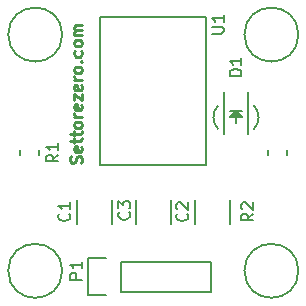
<source format=gto>
G04 #@! TF.GenerationSoftware,KiCad,Pcbnew,(5.0.1)-4*
G04 #@! TF.CreationDate,2020-10-11T14:42:23+02:00*
G04 #@! TF.ProjectId,GP2Y0D8xxZ0F,4750325930443878785A30462E6B6963,1*
G04 #@! TF.SameCoordinates,Original*
G04 #@! TF.FileFunction,Legend,Top*
G04 #@! TF.FilePolarity,Positive*
%FSLAX46Y46*%
G04 Gerber Fmt 4.6, Leading zero omitted, Abs format (unit mm)*
G04 Created by KiCad (PCBNEW (5.0.1)-4) date 10/11/2020 2:42:23 PM*
%MOMM*%
%LPD*%
G01*
G04 APERTURE LIST*
%ADD10C,0.250000*%
%ADD11C,0.150000*%
G04 APERTURE END LIST*
D10*
X74904761Y-89357142D02*
X74952380Y-89214285D01*
X74952380Y-88976190D01*
X74904761Y-88880952D01*
X74857142Y-88833333D01*
X74761904Y-88785714D01*
X74666666Y-88785714D01*
X74571428Y-88833333D01*
X74523809Y-88880952D01*
X74476190Y-88976190D01*
X74428571Y-89166666D01*
X74380952Y-89261904D01*
X74333333Y-89309523D01*
X74238095Y-89357142D01*
X74142857Y-89357142D01*
X74047619Y-89309523D01*
X74000000Y-89261904D01*
X73952380Y-89166666D01*
X73952380Y-88928571D01*
X74000000Y-88785714D01*
X74904761Y-87976190D02*
X74952380Y-88071428D01*
X74952380Y-88261904D01*
X74904761Y-88357142D01*
X74809523Y-88404761D01*
X74428571Y-88404761D01*
X74333333Y-88357142D01*
X74285714Y-88261904D01*
X74285714Y-88071428D01*
X74333333Y-87976190D01*
X74428571Y-87928571D01*
X74523809Y-87928571D01*
X74619047Y-88404761D01*
X74285714Y-87642857D02*
X74285714Y-87261904D01*
X73952380Y-87500000D02*
X74809523Y-87500000D01*
X74904761Y-87452380D01*
X74952380Y-87357142D01*
X74952380Y-87261904D01*
X74285714Y-87071428D02*
X74285714Y-86690476D01*
X73952380Y-86928571D02*
X74809523Y-86928571D01*
X74904761Y-86880952D01*
X74952380Y-86785714D01*
X74952380Y-86690476D01*
X74952380Y-86214285D02*
X74904761Y-86309523D01*
X74857142Y-86357142D01*
X74761904Y-86404761D01*
X74476190Y-86404761D01*
X74380952Y-86357142D01*
X74333333Y-86309523D01*
X74285714Y-86214285D01*
X74285714Y-86071428D01*
X74333333Y-85976190D01*
X74380952Y-85928571D01*
X74476190Y-85880952D01*
X74761904Y-85880952D01*
X74857142Y-85928571D01*
X74904761Y-85976190D01*
X74952380Y-86071428D01*
X74952380Y-86214285D01*
X74952380Y-85452380D02*
X74285714Y-85452380D01*
X74476190Y-85452380D02*
X74380952Y-85404761D01*
X74333333Y-85357142D01*
X74285714Y-85261904D01*
X74285714Y-85166666D01*
X74904761Y-84452380D02*
X74952380Y-84547619D01*
X74952380Y-84738095D01*
X74904761Y-84833333D01*
X74809523Y-84880952D01*
X74428571Y-84880952D01*
X74333333Y-84833333D01*
X74285714Y-84738095D01*
X74285714Y-84547619D01*
X74333333Y-84452380D01*
X74428571Y-84404761D01*
X74523809Y-84404761D01*
X74619047Y-84880952D01*
X74285714Y-84071428D02*
X74285714Y-83547619D01*
X74952380Y-84071428D01*
X74952380Y-83547619D01*
X74904761Y-82785714D02*
X74952380Y-82880952D01*
X74952380Y-83071428D01*
X74904761Y-83166666D01*
X74809523Y-83214285D01*
X74428571Y-83214285D01*
X74333333Y-83166666D01*
X74285714Y-83071428D01*
X74285714Y-82880952D01*
X74333333Y-82785714D01*
X74428571Y-82738095D01*
X74523809Y-82738095D01*
X74619047Y-83214285D01*
X74952380Y-82309523D02*
X74285714Y-82309523D01*
X74476190Y-82309523D02*
X74380952Y-82261904D01*
X74333333Y-82214285D01*
X74285714Y-82119047D01*
X74285714Y-82023809D01*
X74952380Y-81547619D02*
X74904761Y-81642857D01*
X74857142Y-81690476D01*
X74761904Y-81738095D01*
X74476190Y-81738095D01*
X74380952Y-81690476D01*
X74333333Y-81642857D01*
X74285714Y-81547619D01*
X74285714Y-81404761D01*
X74333333Y-81309523D01*
X74380952Y-81261904D01*
X74476190Y-81214285D01*
X74761904Y-81214285D01*
X74857142Y-81261904D01*
X74904761Y-81309523D01*
X74952380Y-81404761D01*
X74952380Y-81547619D01*
X74857142Y-80785714D02*
X74904761Y-80738095D01*
X74952380Y-80785714D01*
X74904761Y-80833333D01*
X74857142Y-80785714D01*
X74952380Y-80785714D01*
X74904761Y-79880952D02*
X74952380Y-79976190D01*
X74952380Y-80166666D01*
X74904761Y-80261904D01*
X74857142Y-80309523D01*
X74761904Y-80357142D01*
X74476190Y-80357142D01*
X74380952Y-80309523D01*
X74333333Y-80261904D01*
X74285714Y-80166666D01*
X74285714Y-79976190D01*
X74333333Y-79880952D01*
X74952380Y-79309523D02*
X74904761Y-79404761D01*
X74857142Y-79452380D01*
X74761904Y-79500000D01*
X74476190Y-79500000D01*
X74380952Y-79452380D01*
X74333333Y-79404761D01*
X74285714Y-79309523D01*
X74285714Y-79166666D01*
X74333333Y-79071428D01*
X74380952Y-79023809D01*
X74476190Y-78976190D01*
X74761904Y-78976190D01*
X74857142Y-79023809D01*
X74904761Y-79071428D01*
X74952380Y-79166666D01*
X74952380Y-79309523D01*
X74952380Y-78547619D02*
X74285714Y-78547619D01*
X74380952Y-78547619D02*
X74333333Y-78500000D01*
X74285714Y-78404761D01*
X74285714Y-78261904D01*
X74333333Y-78166666D01*
X74428571Y-78119047D01*
X74952380Y-78119047D01*
X74428571Y-78119047D02*
X74333333Y-78071428D01*
X74285714Y-77976190D01*
X74285714Y-77833333D01*
X74333333Y-77738095D01*
X74428571Y-77690476D01*
X74952380Y-77690476D01*
D11*
G04 #@! TO.C,U1*
X76500000Y-77000000D02*
X85500000Y-77000000D01*
X85500000Y-77000000D02*
X85500000Y-89500000D01*
X85500000Y-89500000D02*
X76500000Y-89500000D01*
X76500000Y-89500000D02*
X76500000Y-77000000D01*
G04 #@! TO.C,P1*
X78270000Y-100270000D02*
X85890000Y-100270000D01*
X78270000Y-97730000D02*
X85890000Y-97730000D01*
X75450000Y-97450000D02*
X77000000Y-97450000D01*
X85890000Y-100270000D02*
X85890000Y-97730000D01*
X78270000Y-97730000D02*
X78270000Y-100270000D01*
X77000000Y-100550000D02*
X75450000Y-100550000D01*
X75450000Y-100550000D02*
X75450000Y-97450000D01*
G04 #@! TO.C,R1*
X69699900Y-88500000D02*
X69699900Y-88700660D01*
X69699900Y-88500000D02*
X69699900Y-88299340D01*
X71300100Y-88400940D02*
X71300100Y-88299340D01*
X71300100Y-88299340D02*
X71300100Y-88700660D01*
G04 #@! TO.C,R2*
X90699900Y-88500000D02*
X90699900Y-88700660D01*
X90699900Y-88500000D02*
X90699900Y-88299340D01*
X92300100Y-88400940D02*
X92300100Y-88299340D01*
X92300100Y-88299340D02*
X92300100Y-88700660D01*
G04 #@! TO.C,D1*
X86500000Y-84500000D02*
G75*
G03X86500000Y-86500000I1000000J-1000000D01*
G01*
X89500000Y-86500000D02*
G75*
G03X89500000Y-84500000I-1000000J1000000D01*
G01*
X86950000Y-83350000D02*
X86950000Y-86950000D01*
X89050000Y-83350000D02*
X89050000Y-86950000D01*
X88300000Y-85400000D02*
X87700000Y-85400000D01*
X87700000Y-85400000D02*
X88000000Y-85100000D01*
X88000000Y-85100000D02*
X88200000Y-85300000D01*
X88200000Y-85300000D02*
X87950000Y-85300000D01*
X87950000Y-85300000D02*
X88000000Y-85250000D01*
X88500000Y-85000000D02*
X87500000Y-85000000D01*
X88000000Y-85500000D02*
X88000000Y-86000000D01*
X88000000Y-85000000D02*
X88500000Y-85500000D01*
X88500000Y-85500000D02*
X87500000Y-85500000D01*
X87500000Y-85500000D02*
X88000000Y-85000000D01*
G04 #@! TO.C,REF\002A\002A*
X93286000Y-78500000D02*
G75*
G03X93286000Y-78500000I-2286000J0D01*
G01*
X73286000Y-78500000D02*
G75*
G03X73286000Y-78500000I-2286000J0D01*
G01*
X73286000Y-98500000D02*
G75*
G03X73286000Y-98500000I-2286000J0D01*
G01*
X93286000Y-98500000D02*
G75*
G03X93286000Y-98500000I-2286000J0D01*
G01*
G04 #@! TO.C,C2*
X84525000Y-92500000D02*
X84525000Y-94500000D01*
X87475000Y-94500000D02*
X87475000Y-92500000D01*
G04 #@! TO.C,C1*
X77475000Y-94500000D02*
X77475000Y-92500000D01*
X74525000Y-92500000D02*
X74525000Y-94500000D01*
G04 #@! TO.C,C3*
X79525000Y-92500000D02*
X79525000Y-94500000D01*
X82475000Y-94500000D02*
X82475000Y-92500000D01*
G04 #@! TO.C,U1*
X85952380Y-78411904D02*
X86761904Y-78411904D01*
X86857142Y-78364285D01*
X86904761Y-78316666D01*
X86952380Y-78221428D01*
X86952380Y-78030952D01*
X86904761Y-77935714D01*
X86857142Y-77888095D01*
X86761904Y-77840476D01*
X85952380Y-77840476D01*
X86952380Y-76840476D02*
X86952380Y-77411904D01*
X86952380Y-77126190D02*
X85952380Y-77126190D01*
X86095238Y-77221428D01*
X86190476Y-77316666D01*
X86238095Y-77411904D01*
G04 #@! TO.C,P1*
X74952380Y-99238095D02*
X73952380Y-99238095D01*
X73952380Y-98857142D01*
X74000000Y-98761904D01*
X74047619Y-98714285D01*
X74142857Y-98666666D01*
X74285714Y-98666666D01*
X74380952Y-98714285D01*
X74428571Y-98761904D01*
X74476190Y-98857142D01*
X74476190Y-99238095D01*
X74952380Y-97714285D02*
X74952380Y-98285714D01*
X74952380Y-98000000D02*
X73952380Y-98000000D01*
X74095238Y-98095238D01*
X74190476Y-98190476D01*
X74238095Y-98285714D01*
G04 #@! TO.C,R1*
X72952380Y-88666666D02*
X72476190Y-89000000D01*
X72952380Y-89238095D02*
X71952380Y-89238095D01*
X71952380Y-88857142D01*
X72000000Y-88761904D01*
X72047619Y-88714285D01*
X72142857Y-88666666D01*
X72285714Y-88666666D01*
X72380952Y-88714285D01*
X72428571Y-88761904D01*
X72476190Y-88857142D01*
X72476190Y-89238095D01*
X72952380Y-87714285D02*
X72952380Y-88285714D01*
X72952380Y-88000000D02*
X71952380Y-88000000D01*
X72095238Y-88095238D01*
X72190476Y-88190476D01*
X72238095Y-88285714D01*
G04 #@! TO.C,R2*
X89452380Y-93666666D02*
X88976190Y-94000000D01*
X89452380Y-94238095D02*
X88452380Y-94238095D01*
X88452380Y-93857142D01*
X88500000Y-93761904D01*
X88547619Y-93714285D01*
X88642857Y-93666666D01*
X88785714Y-93666666D01*
X88880952Y-93714285D01*
X88928571Y-93761904D01*
X88976190Y-93857142D01*
X88976190Y-94238095D01*
X88547619Y-93285714D02*
X88500000Y-93238095D01*
X88452380Y-93142857D01*
X88452380Y-92904761D01*
X88500000Y-92809523D01*
X88547619Y-92761904D01*
X88642857Y-92714285D01*
X88738095Y-92714285D01*
X88880952Y-92761904D01*
X89452380Y-93333333D01*
X89452380Y-92714285D01*
G04 #@! TO.C,D1*
X88452380Y-81988095D02*
X87452380Y-81988095D01*
X87452380Y-81750000D01*
X87500000Y-81607142D01*
X87595238Y-81511904D01*
X87690476Y-81464285D01*
X87880952Y-81416666D01*
X88023809Y-81416666D01*
X88214285Y-81464285D01*
X88309523Y-81511904D01*
X88404761Y-81607142D01*
X88452380Y-81750000D01*
X88452380Y-81988095D01*
X88452380Y-80464285D02*
X88452380Y-81035714D01*
X88452380Y-80750000D02*
X87452380Y-80750000D01*
X87595238Y-80845238D01*
X87690476Y-80940476D01*
X87738095Y-81035714D01*
G04 #@! TO.C,C2*
X83857142Y-93666666D02*
X83904761Y-93714285D01*
X83952380Y-93857142D01*
X83952380Y-93952380D01*
X83904761Y-94095238D01*
X83809523Y-94190476D01*
X83714285Y-94238095D01*
X83523809Y-94285714D01*
X83380952Y-94285714D01*
X83190476Y-94238095D01*
X83095238Y-94190476D01*
X83000000Y-94095238D01*
X82952380Y-93952380D01*
X82952380Y-93857142D01*
X83000000Y-93714285D01*
X83047619Y-93666666D01*
X83047619Y-93285714D02*
X83000000Y-93238095D01*
X82952380Y-93142857D01*
X82952380Y-92904761D01*
X83000000Y-92809523D01*
X83047619Y-92761904D01*
X83142857Y-92714285D01*
X83238095Y-92714285D01*
X83380952Y-92761904D01*
X83952380Y-93333333D01*
X83952380Y-92714285D01*
G04 #@! TO.C,C1*
X73857142Y-93666666D02*
X73904761Y-93714285D01*
X73952380Y-93857142D01*
X73952380Y-93952380D01*
X73904761Y-94095238D01*
X73809523Y-94190476D01*
X73714285Y-94238095D01*
X73523809Y-94285714D01*
X73380952Y-94285714D01*
X73190476Y-94238095D01*
X73095238Y-94190476D01*
X73000000Y-94095238D01*
X72952380Y-93952380D01*
X72952380Y-93857142D01*
X73000000Y-93714285D01*
X73047619Y-93666666D01*
X73952380Y-92714285D02*
X73952380Y-93285714D01*
X73952380Y-93000000D02*
X72952380Y-93000000D01*
X73095238Y-93095238D01*
X73190476Y-93190476D01*
X73238095Y-93285714D01*
G04 #@! TO.C,C3*
X78944142Y-93539666D02*
X78991761Y-93587285D01*
X79039380Y-93730142D01*
X79039380Y-93825380D01*
X78991761Y-93968238D01*
X78896523Y-94063476D01*
X78801285Y-94111095D01*
X78610809Y-94158714D01*
X78467952Y-94158714D01*
X78277476Y-94111095D01*
X78182238Y-94063476D01*
X78087000Y-93968238D01*
X78039380Y-93825380D01*
X78039380Y-93730142D01*
X78087000Y-93587285D01*
X78134619Y-93539666D01*
X78039380Y-93206333D02*
X78039380Y-92587285D01*
X78420333Y-92920619D01*
X78420333Y-92777761D01*
X78467952Y-92682523D01*
X78515571Y-92634904D01*
X78610809Y-92587285D01*
X78848904Y-92587285D01*
X78944142Y-92634904D01*
X78991761Y-92682523D01*
X79039380Y-92777761D01*
X79039380Y-93063476D01*
X78991761Y-93158714D01*
X78944142Y-93206333D01*
G04 #@! TD*
M02*

</source>
